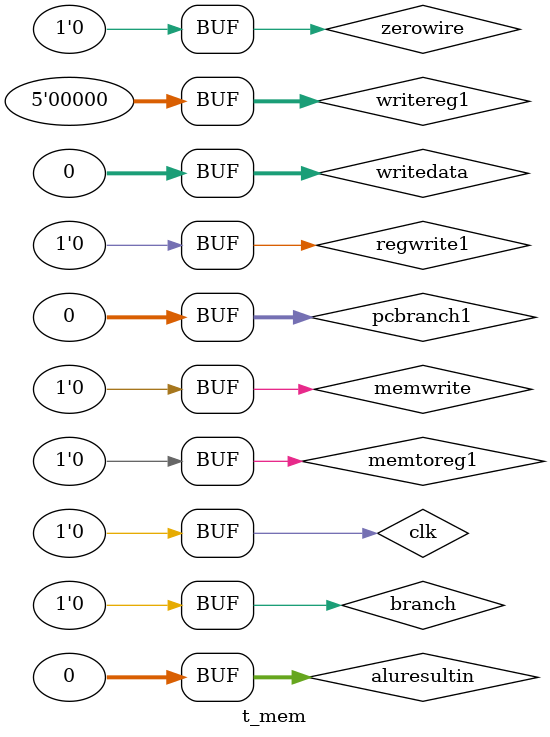
<source format=v>
`timescale 1ns / 1ps


module t_mem;

    // Inputs
    reg [31:0] writedata, aluresultin, pcbranch1;
    reg [4:0] writereg1;
    reg branch, memwrite, memtoreg1, regwrite1, zerowire, clk;

    // Outputs
    wire [31:0] readdata, aluresultout, pcbranch2;
    wire [4:0] writereg2;
    wire regwrite2, memtoreg2, pcsrc;

    // Instantiate the Unit Under Test
    memoryaccess uut (
        .ReadDataM( readdata ), .ALUResultOut( aluresultout ), .PCBranchM2( pcbranch2 ),
        .WriteRegM2( writereg2 ), 
        .RegWriteM2( regwrite2 ), .MemToRegM2( memtoreg2 ), .PCSrcM( pcsrc ),
        .WriteDataM( writedata ), .ALUResultIn( aluresultin ), .PCBranchM1( pcbranch1 ),
        .WriteRegM1( writereg1 ),
        .BranchM( branch ), .MemWriteM( memwrite ), .MemToRegM1( memtoreg1 ),
        .RegWriteM1( regwrite1 ),
        .ZerowireM( zerowire ), .clk( clk )
    );

    initial begin
        
        // Initialise inputs
        writedata = 0; aluresultin = 0; pcbranch1 = 0;
        writereg1 = 0;
        branch = 0; memwrite = 0; memtoreg1 = 0; regwrite1 = 0; zerowire = 0; clk = 0;

    end

endmodule

</source>
